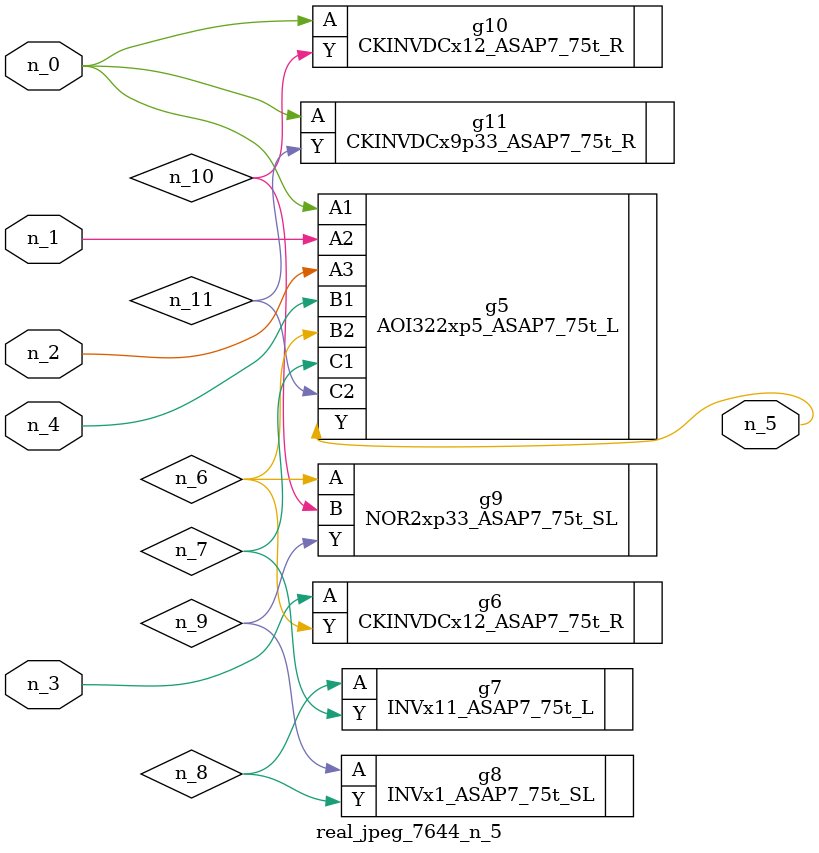
<source format=v>
module real_jpeg_7644_n_5 (n_4, n_0, n_1, n_2, n_3, n_5);

input n_4;
input n_0;
input n_1;
input n_2;
input n_3;

output n_5;

wire n_8;
wire n_11;
wire n_6;
wire n_7;
wire n_10;
wire n_9;

AOI322xp5_ASAP7_75t_L g5 ( 
.A1(n_0),
.A2(n_1),
.A3(n_2),
.B1(n_4),
.B2(n_6),
.C1(n_7),
.C2(n_11),
.Y(n_5)
);

CKINVDCx12_ASAP7_75t_R g10 ( 
.A(n_0),
.Y(n_10)
);

CKINVDCx9p33_ASAP7_75t_R g11 ( 
.A(n_0),
.Y(n_11)
);

CKINVDCx12_ASAP7_75t_R g6 ( 
.A(n_3),
.Y(n_6)
);

NOR2xp33_ASAP7_75t_SL g9 ( 
.A(n_6),
.B(n_10),
.Y(n_9)
);

INVx11_ASAP7_75t_L g7 ( 
.A(n_8),
.Y(n_7)
);

INVx1_ASAP7_75t_SL g8 ( 
.A(n_9),
.Y(n_8)
);


endmodule
</source>
